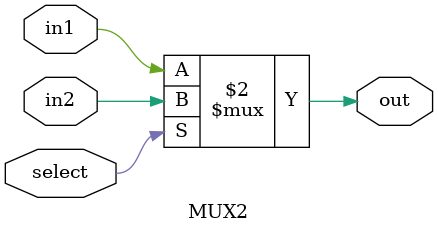
<source format=v>
module MUX2(
	input select,
	input in1,
	input in2,
 	output out
 );
	
	assign out = (select == 1'b0) ? in1 : in2;

endmodule
</source>
